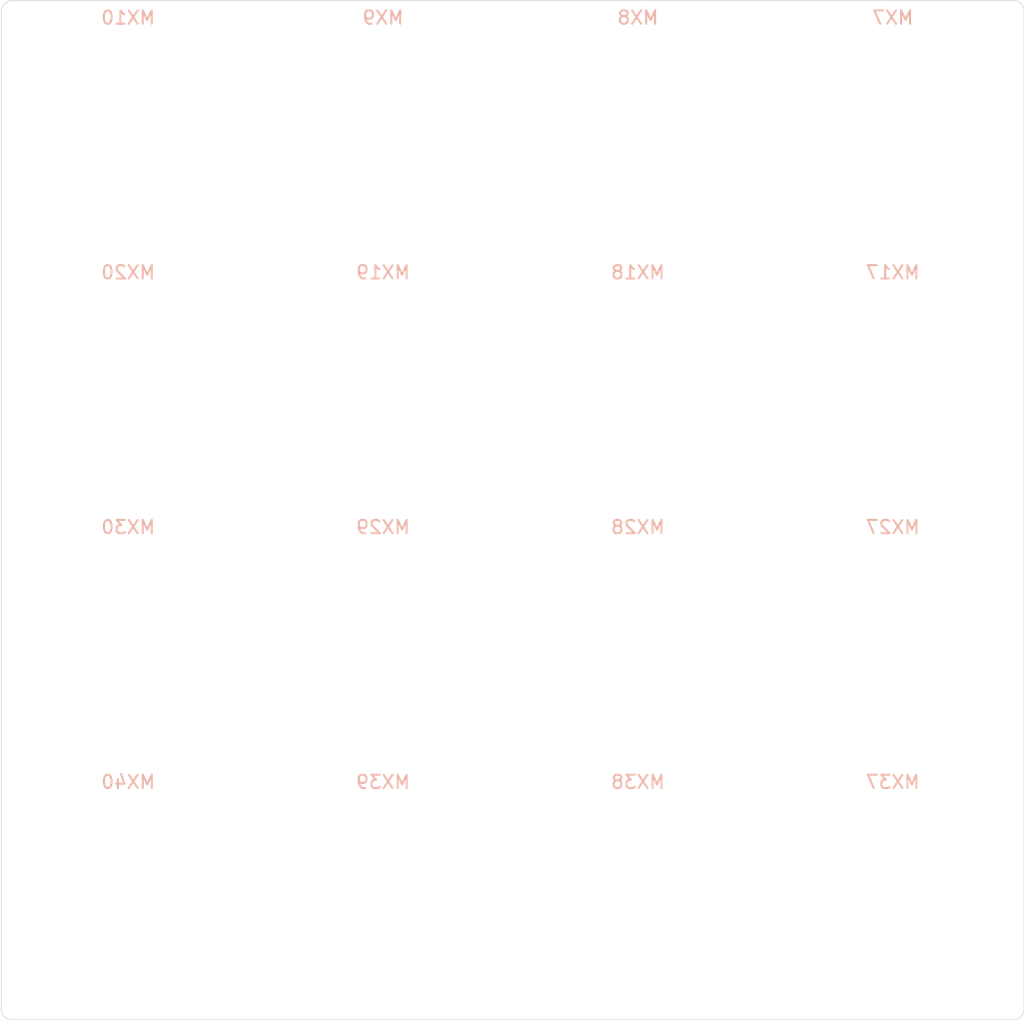
<source format=kicad_pcb>
(kicad_pcb (version 20171130) (host pcbnew "(5.1.9-0-10_14)")

  (general
    (thickness 1.6)
    (drawings 17)
    (tracks 0)
    (zones 0)
    (modules 20)
    (nets 1)
  )

  (page A4)
  (layers
    (0 F.Cu signal)
    (31 B.Cu signal)
    (32 B.Adhes user)
    (33 F.Adhes user)
    (34 B.Paste user)
    (35 F.Paste user)
    (36 B.SilkS user)
    (37 F.SilkS user)
    (38 B.Mask user)
    (39 F.Mask user)
    (40 Dwgs.User user)
    (41 Cmts.User user)
    (42 Eco1.User user)
    (43 Eco2.User user)
    (44 Edge.Cuts user)
    (45 Margin user)
    (46 B.CrtYd user)
    (47 F.CrtYd user)
    (48 B.Fab user)
    (49 F.Fab user)
  )

  (setup
    (last_trace_width 0.25)
    (trace_clearance 0.2)
    (zone_clearance 0.508)
    (zone_45_only no)
    (trace_min 0.2)
    (via_size 0.8)
    (via_drill 0.4)
    (via_min_size 0.4)
    (via_min_drill 0.3)
    (uvia_size 0.3)
    (uvia_drill 0.1)
    (uvias_allowed no)
    (uvia_min_size 0.2)
    (uvia_min_drill 0.1)
    (edge_width 0.05)
    (segment_width 0.2)
    (pcb_text_width 0.3)
    (pcb_text_size 1.5 1.5)
    (mod_edge_width 0.12)
    (mod_text_size 1 1)
    (mod_text_width 0.15)
    (pad_size 1.524 1.524)
    (pad_drill 0.762)
    (pad_to_mask_clearance 0)
    (aux_axis_origin 0 0)
    (grid_origin 53.96875 26.9875)
    (visible_elements FFFFFF7F)
    (pcbplotparams
      (layerselection 0x011fc_ffffffff)
      (usegerberextensions false)
      (usegerberattributes true)
      (usegerberadvancedattributes true)
      (creategerberjobfile true)
      (excludeedgelayer true)
      (linewidth 0.100000)
      (plotframeref false)
      (viasonmask false)
      (mode 1)
      (useauxorigin false)
      (hpglpennumber 1)
      (hpglpenspeed 20)
      (hpglpendiameter 15.000000)
      (psnegative false)
      (psa4output false)
      (plotreference true)
      (plotvalue true)
      (plotinvisibletext false)
      (padsonsilk false)
      (subtractmaskfromsilk false)
      (outputformat 1)
      (mirror false)
      (drillshape 0)
      (scaleselection 1)
      (outputdirectory "./egg-top-gerbers"))
  )

  (net 0 "")

  (net_class Default "This is the default net class."
    (clearance 0.2)
    (trace_width 0.25)
    (via_dia 0.8)
    (via_drill 0.4)
    (uvia_dia 0.3)
    (uvia_drill 0.1)
  )

  (module MountingHole:MountingHole_2.2mm_M2 (layer F.Cu) (tedit 56D1B4CB) (tstamp 60880B93)
    (at 56.34925 65.0875)
    (descr "Mounting Hole 2.2mm, no annular, M2")
    (tags "mounting hole 2.2mm no annular m2")
    (path /608C4E1D)
    (attr virtual)
    (fp_text reference H9 (at 0 -6.5) (layer F.SilkS) hide
      (effects (font (size 1 1) (thickness 0.15)))
    )
    (fp_text value MountingHole (at 0 6.5) (layer F.Fab)
      (effects (font (size 1 1) (thickness 0.15)))
    )
    (fp_circle (center 0 0) (end 2.45 0) (layer F.CrtYd) (width 0.05))
    (fp_circle (center 0 0) (end 2.2 0) (layer Cmts.User) (width 0.15))
    (fp_text user %R (at 0.3 0) (layer F.Fab)
      (effects (font (size 1 1) (thickness 0.15)))
    )
    (pad 1 np_thru_hole circle (at 0 0) (size 2.2 2.2) (drill 2.2) (layers *.Cu *.Mask))
  )

  (module MountingHole:MountingHole_2.2mm_M2 (layer F.Cu) (tedit 56D1B4CB) (tstamp 60880B8B)
    (at 94.43725 65.0875)
    (descr "Mounting Hole 2.2mm, no annular, M2")
    (tags "mounting hole 2.2mm no annular m2")
    (path /608C46F0)
    (attr virtual)
    (fp_text reference H8 (at 0 -6.5) (layer F.SilkS) hide
      (effects (font (size 1 1) (thickness 0.15)))
    )
    (fp_text value MountingHole (at 0 6.5) (layer F.Fab)
      (effects (font (size 1 1) (thickness 0.15)))
    )
    (fp_circle (center 0 0) (end 2.45 0) (layer F.CrtYd) (width 0.05))
    (fp_circle (center 0 0) (end 2.2 0) (layer Cmts.User) (width 0.15))
    (fp_text user %R (at 0.3 0) (layer F.Fab)
      (effects (font (size 1 1) (thickness 0.15)))
    )
    (pad 1 np_thru_hole circle (at 0 0) (size 2.2 2.2) (drill 2.2) (layers *.Cu *.Mask))
  )

  (module MountingHole:MountingHole_2.2mm_M2 (layer F.Cu) (tedit 56D1B4CB) (tstamp 607B2692)
    (at 75.4 84.1375)
    (descr "Mounting Hole 2.2mm, no annular, M2")
    (tags "mounting hole 2.2mm no annular m2")
    (path /607DED77)
    (attr virtual)
    (fp_text reference H4 (at 0 -6.5) (layer F.SilkS) hide
      (effects (font (size 1 1) (thickness 0.15)))
    )
    (fp_text value MountingHole (at 0 6.5) (layer F.Fab)
      (effects (font (size 1 1) (thickness 0.15)))
    )
    (fp_circle (center 0 0) (end 2.45 0) (layer F.CrtYd) (width 0.05))
    (fp_circle (center 0 0) (end 2.2 0) (layer Cmts.User) (width 0.15))
    (fp_text user %R (at 0.3 0) (layer F.Fab)
      (effects (font (size 1 1) (thickness 0.15)))
    )
    (pad 1 np_thru_hole circle (at 0 0) (size 2.2 2.2) (drill 2.2) (layers *.Cu *.Mask))
  )

  (module MountingHole:MountingHole_2.2mm_M2 (layer F.Cu) (tedit 56D1B4CB) (tstamp 607B99EA)
    (at 75.4 46.0375)
    (descr "Mounting Hole 2.2mm, no annular, M2")
    (tags "mounting hole 2.2mm no annular m2")
    (path /607DE5EF)
    (attr virtual)
    (fp_text reference H1 (at 0 -6.5) (layer F.SilkS) hide
      (effects (font (size 1 1) (thickness 0.15)))
    )
    (fp_text value MountingHole (at 0 6.5) (layer F.Fab)
      (effects (font (size 1 1) (thickness 0.15)))
    )
    (fp_circle (center 0 0) (end 2.45 0) (layer F.CrtYd) (width 0.05))
    (fp_circle (center 0 0) (end 2.2 0) (layer Cmts.User) (width 0.15))
    (fp_text user %R (at 0.3 0) (layer F.Fab)
      (effects (font (size 1 1) (thickness 0.15)))
    )
    (pad 1 np_thru_hole circle (at 0 0) (size 2.2 2.2) (drill 2.2) (layers *.Cu *.Mask))
  )

  (module footprints:MX_Switch_Cutout (layer F.Cu) (tedit 59612069) (tstamp 6072E0EE)
    (at 103.98125 74.6125)
    (path /60763A63)
    (fp_text reference MX27 (at 0 3.175) (layer Dwgs.User)
      (effects (font (size 1 1) (thickness 0.15)))
    )
    (fp_text value MX-NoLED (at 0 -7.9375) (layer Dwgs.User)
      (effects (font (size 1 1) (thickness 0.15)))
    )
    (fp_line (start 9.5 -9.5) (end 9.5 9.5) (layer Dwgs.User) (width 0.15))
    (fp_line (start 9.5 9.5) (end -9.5 9.5) (layer Dwgs.User) (width 0.15))
    (fp_line (start -9.5 9.5) (end -9.5 -9.5) (layer Dwgs.User) (width 0.15))
    (fp_line (start -9.5 -9.5) (end 9.5 -9.5) (layer Dwgs.User) (width 0.15))
    (fp_text user %V (at 0 8.255) (layer B.Fab)
      (effects (font (size 1 1) (thickness 0.15)) (justify mirror))
    )
    (fp_text user %R (at 0 -8.255) (layer B.SilkS)
      (effects (font (size 1 1) (thickness 0.15)) (justify mirror))
    )
    (pad "" np_thru_hole oval (at 7.14375 2.667) (size 1.3335 0.508) (drill oval 1.3335 0.508) (layers *.Cu *.Mask))
    (pad "" np_thru_hole oval (at -7.14375 2.667) (size 1.3335 0.508) (drill oval 1.3335 0.508) (layers *.Cu *.Mask))
    (pad "" np_thru_hole oval (at 7.14375 -2.667) (size 1.3335 0.508) (drill oval 1.3335 0.508) (layers *.Cu *.Mask))
    (pad "" np_thru_hole oval (at -7.14375 -2.667) (size 1.3335 0.508) (drill oval 1.3335 0.508) (layers *.Cu *.Mask))
    (pad "" np_thru_hole oval (at 0 6.985) (size 5.08 1.27) (drill oval 5.08 1.27) (layers *.Cu *.Mask))
    (pad "" np_thru_hole oval (at 0 -6.985) (size 5.08 1.27) (drill oval 5.08 1.27) (layers *.Cu *.Mask))
    (pad "" np_thru_hole oval (at -6.731 0) (size 0.508 5.842) (drill oval 0.508 5.842) (layers *.Cu *.Mask))
    (pad "" np_thru_hole oval (at 6.731 0) (size 0.508 5.842) (drill oval 0.508 5.842) (layers *.Cu *.Mask))
    (pad "" np_thru_hole oval (at -7.5565 4.699) (size 0.508 4.572) (drill oval 0.508 4.572) (layers *.Cu *.Mask))
    (pad "" np_thru_hole oval (at 7.5565 4.699) (size 0.508 4.572) (drill oval 0.508 4.572) (layers *.Cu *.Mask))
    (pad "" np_thru_hole oval (at 7.5565 -4.699) (size 0.508 4.572) (drill oval 0.508 4.572) (layers *.Cu *.Mask))
    (pad "" np_thru_hole oval (at -7.5565 -4.699) (size 0.508 4.572) (drill oval 0.508 4.572) (layers *.Cu *.Mask))
    (pad "" np_thru_hole oval (at 0 6.731) (size 15.5956 0.508) (drill oval 15.5956 0.508) (layers *.Cu *.Mask))
    (pad "" np_thru_hole oval (at 0 -6.731) (size 15.5956 0.508) (drill oval 15.5956 0.508) (layers *.Cu *.Mask))
  )

  (module footprints:MX_Switch_Cutout (layer F.Cu) (tedit 59612069) (tstamp 6072E21A)
    (at 65.88125 93.6625)
    (path /607249F6)
    (fp_text reference MX39 (at 0 3.175) (layer Dwgs.User)
      (effects (font (size 1 1) (thickness 0.15)))
    )
    (fp_text value MX-NoLED (at 0 -7.9375) (layer Dwgs.User)
      (effects (font (size 1 1) (thickness 0.15)))
    )
    (fp_line (start 9.5 -9.5) (end 9.5 9.5) (layer Dwgs.User) (width 0.15))
    (fp_line (start 9.5 9.5) (end -9.5 9.5) (layer Dwgs.User) (width 0.15))
    (fp_line (start -9.5 9.5) (end -9.5 -9.5) (layer Dwgs.User) (width 0.15))
    (fp_line (start -9.5 -9.5) (end 9.5 -9.5) (layer Dwgs.User) (width 0.15))
    (fp_text user %V (at 0 8.255) (layer B.Fab)
      (effects (font (size 1 1) (thickness 0.15)) (justify mirror))
    )
    (fp_text user %R (at 0 -8.255) (layer B.SilkS)
      (effects (font (size 1 1) (thickness 0.15)) (justify mirror))
    )
    (pad "" np_thru_hole oval (at 7.14375 2.667) (size 1.3335 0.508) (drill oval 1.3335 0.508) (layers *.Cu *.Mask))
    (pad "" np_thru_hole oval (at -7.14375 2.667) (size 1.3335 0.508) (drill oval 1.3335 0.508) (layers *.Cu *.Mask))
    (pad "" np_thru_hole oval (at 7.14375 -2.667) (size 1.3335 0.508) (drill oval 1.3335 0.508) (layers *.Cu *.Mask))
    (pad "" np_thru_hole oval (at -7.14375 -2.667) (size 1.3335 0.508) (drill oval 1.3335 0.508) (layers *.Cu *.Mask))
    (pad "" np_thru_hole oval (at 0 6.985) (size 5.08 1.27) (drill oval 5.08 1.27) (layers *.Cu *.Mask))
    (pad "" np_thru_hole oval (at 0 -6.985) (size 5.08 1.27) (drill oval 5.08 1.27) (layers *.Cu *.Mask))
    (pad "" np_thru_hole oval (at -6.731 0) (size 0.508 5.842) (drill oval 0.508 5.842) (layers *.Cu *.Mask))
    (pad "" np_thru_hole oval (at 6.731 0) (size 0.508 5.842) (drill oval 0.508 5.842) (layers *.Cu *.Mask))
    (pad "" np_thru_hole oval (at -7.5565 4.699) (size 0.508 4.572) (drill oval 0.508 4.572) (layers *.Cu *.Mask))
    (pad "" np_thru_hole oval (at 7.5565 4.699) (size 0.508 4.572) (drill oval 0.508 4.572) (layers *.Cu *.Mask))
    (pad "" np_thru_hole oval (at 7.5565 -4.699) (size 0.508 4.572) (drill oval 0.508 4.572) (layers *.Cu *.Mask))
    (pad "" np_thru_hole oval (at -7.5565 -4.699) (size 0.508 4.572) (drill oval 0.508 4.572) (layers *.Cu *.Mask))
    (pad "" np_thru_hole oval (at 0 6.731) (size 15.5956 0.508) (drill oval 15.5956 0.508) (layers *.Cu *.Mask))
    (pad "" np_thru_hole oval (at 0 -6.731) (size 15.5956 0.508) (drill oval 15.5956 0.508) (layers *.Cu *.Mask))
  )

  (module footprints:MX_Switch_Cutout (layer F.Cu) (tedit 59612069) (tstamp 6072DF45)
    (at 46.83125 36.5125)
    (path /60755D23)
    (fp_text reference MX10 (at 0 3.175) (layer Dwgs.User)
      (effects (font (size 1 1) (thickness 0.15)))
    )
    (fp_text value MX-NoLED (at 0 -7.9375) (layer Dwgs.User)
      (effects (font (size 1 1) (thickness 0.15)))
    )
    (fp_line (start 9.5 -9.5) (end 9.5 9.5) (layer Dwgs.User) (width 0.15))
    (fp_line (start 9.5 9.5) (end -9.5 9.5) (layer Dwgs.User) (width 0.15))
    (fp_line (start -9.5 9.5) (end -9.5 -9.5) (layer Dwgs.User) (width 0.15))
    (fp_line (start -9.5 -9.5) (end 9.5 -9.5) (layer Dwgs.User) (width 0.15))
    (fp_text user %V (at 0 8.255) (layer B.Fab)
      (effects (font (size 1 1) (thickness 0.15)) (justify mirror))
    )
    (fp_text user %R (at 0 -8.255) (layer B.SilkS)
      (effects (font (size 1 1) (thickness 0.15)) (justify mirror))
    )
    (pad "" np_thru_hole oval (at 7.14375 2.667) (size 1.3335 0.508) (drill oval 1.3335 0.508) (layers *.Cu *.Mask))
    (pad "" np_thru_hole oval (at -7.14375 2.667) (size 1.3335 0.508) (drill oval 1.3335 0.508) (layers *.Cu *.Mask))
    (pad "" np_thru_hole oval (at 7.14375 -2.667) (size 1.3335 0.508) (drill oval 1.3335 0.508) (layers *.Cu *.Mask))
    (pad "" np_thru_hole oval (at -7.14375 -2.667) (size 1.3335 0.508) (drill oval 1.3335 0.508) (layers *.Cu *.Mask))
    (pad "" np_thru_hole oval (at 0 6.985) (size 5.08 1.27) (drill oval 5.08 1.27) (layers *.Cu *.Mask))
    (pad "" np_thru_hole oval (at 0 -6.985) (size 5.08 1.27) (drill oval 5.08 1.27) (layers *.Cu *.Mask))
    (pad "" np_thru_hole oval (at -6.731 0) (size 0.508 5.842) (drill oval 0.508 5.842) (layers *.Cu *.Mask))
    (pad "" np_thru_hole oval (at 6.731 0) (size 0.508 5.842) (drill oval 0.508 5.842) (layers *.Cu *.Mask))
    (pad "" np_thru_hole oval (at -7.5565 4.699) (size 0.508 4.572) (drill oval 0.508 4.572) (layers *.Cu *.Mask))
    (pad "" np_thru_hole oval (at 7.5565 4.699) (size 0.508 4.572) (drill oval 0.508 4.572) (layers *.Cu *.Mask))
    (pad "" np_thru_hole oval (at 7.5565 -4.699) (size 0.508 4.572) (drill oval 0.508 4.572) (layers *.Cu *.Mask))
    (pad "" np_thru_hole oval (at -7.5565 -4.699) (size 0.508 4.572) (drill oval 0.508 4.572) (layers *.Cu *.Mask))
    (pad "" np_thru_hole oval (at 0 6.731) (size 15.5956 0.508) (drill oval 15.5956 0.508) (layers *.Cu *.Mask))
    (pad "" np_thru_hole oval (at 0 -6.731) (size 15.5956 0.508) (drill oval 15.5956 0.508) (layers *.Cu *.Mask))
  )

  (module footprints:MX_Switch_Cutout (layer F.Cu) (tedit 59612069) (tstamp 6072E233)
    (at 46.83125 93.6625)
    (path /607253A3)
    (fp_text reference MX40 (at 0 3.175) (layer Dwgs.User)
      (effects (font (size 1 1) (thickness 0.15)))
    )
    (fp_text value MX-NoLED (at 0 -7.9375) (layer Dwgs.User)
      (effects (font (size 1 1) (thickness 0.15)))
    )
    (fp_line (start 9.5 -9.5) (end 9.5 9.5) (layer Dwgs.User) (width 0.15))
    (fp_line (start 9.5 9.5) (end -9.5 9.5) (layer Dwgs.User) (width 0.15))
    (fp_line (start -9.5 9.5) (end -9.5 -9.5) (layer Dwgs.User) (width 0.15))
    (fp_line (start -9.5 -9.5) (end 9.5 -9.5) (layer Dwgs.User) (width 0.15))
    (fp_text user %V (at 0 8.255) (layer B.Fab)
      (effects (font (size 1 1) (thickness 0.15)) (justify mirror))
    )
    (fp_text user %R (at 0 -8.255) (layer B.SilkS)
      (effects (font (size 1 1) (thickness 0.15)) (justify mirror))
    )
    (pad "" np_thru_hole oval (at 7.14375 2.667) (size 1.3335 0.508) (drill oval 1.3335 0.508) (layers *.Cu *.Mask))
    (pad "" np_thru_hole oval (at -7.14375 2.667) (size 1.3335 0.508) (drill oval 1.3335 0.508) (layers *.Cu *.Mask))
    (pad "" np_thru_hole oval (at 7.14375 -2.667) (size 1.3335 0.508) (drill oval 1.3335 0.508) (layers *.Cu *.Mask))
    (pad "" np_thru_hole oval (at -7.14375 -2.667) (size 1.3335 0.508) (drill oval 1.3335 0.508) (layers *.Cu *.Mask))
    (pad "" np_thru_hole oval (at 0 6.985) (size 5.08 1.27) (drill oval 5.08 1.27) (layers *.Cu *.Mask))
    (pad "" np_thru_hole oval (at 0 -6.985) (size 5.08 1.27) (drill oval 5.08 1.27) (layers *.Cu *.Mask))
    (pad "" np_thru_hole oval (at -6.731 0) (size 0.508 5.842) (drill oval 0.508 5.842) (layers *.Cu *.Mask))
    (pad "" np_thru_hole oval (at 6.731 0) (size 0.508 5.842) (drill oval 0.508 5.842) (layers *.Cu *.Mask))
    (pad "" np_thru_hole oval (at -7.5565 4.699) (size 0.508 4.572) (drill oval 0.508 4.572) (layers *.Cu *.Mask))
    (pad "" np_thru_hole oval (at 7.5565 4.699) (size 0.508 4.572) (drill oval 0.508 4.572) (layers *.Cu *.Mask))
    (pad "" np_thru_hole oval (at 7.5565 -4.699) (size 0.508 4.572) (drill oval 0.508 4.572) (layers *.Cu *.Mask))
    (pad "" np_thru_hole oval (at -7.5565 -4.699) (size 0.508 4.572) (drill oval 0.508 4.572) (layers *.Cu *.Mask))
    (pad "" np_thru_hole oval (at 0 6.731) (size 15.5956 0.508) (drill oval 15.5956 0.508) (layers *.Cu *.Mask))
    (pad "" np_thru_hole oval (at 0 -6.731) (size 15.5956 0.508) (drill oval 15.5956 0.508) (layers *.Cu *.Mask))
  )

  (module footprints:MX_Switch_Cutout (layer F.Cu) (tedit 59612069) (tstamp 6072E201)
    (at 84.93125 93.6625)
    (path /60724260)
    (fp_text reference MX38 (at 0 3.175) (layer Dwgs.User)
      (effects (font (size 1 1) (thickness 0.15)))
    )
    (fp_text value MX-NoLED (at 0 -7.9375) (layer Dwgs.User)
      (effects (font (size 1 1) (thickness 0.15)))
    )
    (fp_line (start 9.5 -9.5) (end 9.5 9.5) (layer Dwgs.User) (width 0.15))
    (fp_line (start 9.5 9.5) (end -9.5 9.5) (layer Dwgs.User) (width 0.15))
    (fp_line (start -9.5 9.5) (end -9.5 -9.5) (layer Dwgs.User) (width 0.15))
    (fp_line (start -9.5 -9.5) (end 9.5 -9.5) (layer Dwgs.User) (width 0.15))
    (fp_text user %V (at 0 8.255) (layer B.Fab)
      (effects (font (size 1 1) (thickness 0.15)) (justify mirror))
    )
    (fp_text user %R (at 0 -8.255) (layer B.SilkS)
      (effects (font (size 1 1) (thickness 0.15)) (justify mirror))
    )
    (pad "" np_thru_hole oval (at 7.14375 2.667) (size 1.3335 0.508) (drill oval 1.3335 0.508) (layers *.Cu *.Mask))
    (pad "" np_thru_hole oval (at -7.14375 2.667) (size 1.3335 0.508) (drill oval 1.3335 0.508) (layers *.Cu *.Mask))
    (pad "" np_thru_hole oval (at 7.14375 -2.667) (size 1.3335 0.508) (drill oval 1.3335 0.508) (layers *.Cu *.Mask))
    (pad "" np_thru_hole oval (at -7.14375 -2.667) (size 1.3335 0.508) (drill oval 1.3335 0.508) (layers *.Cu *.Mask))
    (pad "" np_thru_hole oval (at 0 6.985) (size 5.08 1.27) (drill oval 5.08 1.27) (layers *.Cu *.Mask))
    (pad "" np_thru_hole oval (at 0 -6.985) (size 5.08 1.27) (drill oval 5.08 1.27) (layers *.Cu *.Mask))
    (pad "" np_thru_hole oval (at -6.731 0) (size 0.508 5.842) (drill oval 0.508 5.842) (layers *.Cu *.Mask))
    (pad "" np_thru_hole oval (at 6.731 0) (size 0.508 5.842) (drill oval 0.508 5.842) (layers *.Cu *.Mask))
    (pad "" np_thru_hole oval (at -7.5565 4.699) (size 0.508 4.572) (drill oval 0.508 4.572) (layers *.Cu *.Mask))
    (pad "" np_thru_hole oval (at 7.5565 4.699) (size 0.508 4.572) (drill oval 0.508 4.572) (layers *.Cu *.Mask))
    (pad "" np_thru_hole oval (at 7.5565 -4.699) (size 0.508 4.572) (drill oval 0.508 4.572) (layers *.Cu *.Mask))
    (pad "" np_thru_hole oval (at -7.5565 -4.699) (size 0.508 4.572) (drill oval 0.508 4.572) (layers *.Cu *.Mask))
    (pad "" np_thru_hole oval (at 0 6.731) (size 15.5956 0.508) (drill oval 15.5956 0.508) (layers *.Cu *.Mask))
    (pad "" np_thru_hole oval (at 0 -6.731) (size 15.5956 0.508) (drill oval 15.5956 0.508) (layers *.Cu *.Mask))
  )

  (module footprints:MX_Switch_Cutout (layer F.Cu) (tedit 59612069) (tstamp 6072E1E8)
    (at 103.98125 93.6625)
    (path /60723A4D)
    (fp_text reference MX37 (at 0 3.175) (layer Dwgs.User)
      (effects (font (size 1 1) (thickness 0.15)))
    )
    (fp_text value MX-NoLED (at 0 -7.9375) (layer Dwgs.User)
      (effects (font (size 1 1) (thickness 0.15)))
    )
    (fp_line (start 9.5 -9.5) (end 9.5 9.5) (layer Dwgs.User) (width 0.15))
    (fp_line (start 9.5 9.5) (end -9.5 9.5) (layer Dwgs.User) (width 0.15))
    (fp_line (start -9.5 9.5) (end -9.5 -9.5) (layer Dwgs.User) (width 0.15))
    (fp_line (start -9.5 -9.5) (end 9.5 -9.5) (layer Dwgs.User) (width 0.15))
    (fp_text user %V (at 0 8.255) (layer B.Fab)
      (effects (font (size 1 1) (thickness 0.15)) (justify mirror))
    )
    (fp_text user %R (at 0 -8.255) (layer B.SilkS)
      (effects (font (size 1 1) (thickness 0.15)) (justify mirror))
    )
    (pad "" np_thru_hole oval (at 7.14375 2.667) (size 1.3335 0.508) (drill oval 1.3335 0.508) (layers *.Cu *.Mask))
    (pad "" np_thru_hole oval (at -7.14375 2.667) (size 1.3335 0.508) (drill oval 1.3335 0.508) (layers *.Cu *.Mask))
    (pad "" np_thru_hole oval (at 7.14375 -2.667) (size 1.3335 0.508) (drill oval 1.3335 0.508) (layers *.Cu *.Mask))
    (pad "" np_thru_hole oval (at -7.14375 -2.667) (size 1.3335 0.508) (drill oval 1.3335 0.508) (layers *.Cu *.Mask))
    (pad "" np_thru_hole oval (at 0 6.985) (size 5.08 1.27) (drill oval 5.08 1.27) (layers *.Cu *.Mask))
    (pad "" np_thru_hole oval (at 0 -6.985) (size 5.08 1.27) (drill oval 5.08 1.27) (layers *.Cu *.Mask))
    (pad "" np_thru_hole oval (at -6.731 0) (size 0.508 5.842) (drill oval 0.508 5.842) (layers *.Cu *.Mask))
    (pad "" np_thru_hole oval (at 6.731 0) (size 0.508 5.842) (drill oval 0.508 5.842) (layers *.Cu *.Mask))
    (pad "" np_thru_hole oval (at -7.5565 4.699) (size 0.508 4.572) (drill oval 0.508 4.572) (layers *.Cu *.Mask))
    (pad "" np_thru_hole oval (at 7.5565 4.699) (size 0.508 4.572) (drill oval 0.508 4.572) (layers *.Cu *.Mask))
    (pad "" np_thru_hole oval (at 7.5565 -4.699) (size 0.508 4.572) (drill oval 0.508 4.572) (layers *.Cu *.Mask))
    (pad "" np_thru_hole oval (at -7.5565 -4.699) (size 0.508 4.572) (drill oval 0.508 4.572) (layers *.Cu *.Mask))
    (pad "" np_thru_hole oval (at 0 6.731) (size 15.5956 0.508) (drill oval 15.5956 0.508) (layers *.Cu *.Mask))
    (pad "" np_thru_hole oval (at 0 -6.731) (size 15.5956 0.508) (drill oval 15.5956 0.508) (layers *.Cu *.Mask))
  )

  (module footprints:MX_Switch_Cutout (layer F.Cu) (tedit 59612069) (tstamp 6072E139)
    (at 46.83125 74.6125)
    (path /60764DA1)
    (fp_text reference MX30 (at 0 3.175) (layer Dwgs.User)
      (effects (font (size 1 1) (thickness 0.15)))
    )
    (fp_text value MX-NoLED (at 0 -7.9375) (layer Dwgs.User)
      (effects (font (size 1 1) (thickness 0.15)))
    )
    (fp_line (start 9.5 -9.5) (end 9.5 9.5) (layer Dwgs.User) (width 0.15))
    (fp_line (start 9.5 9.5) (end -9.5 9.5) (layer Dwgs.User) (width 0.15))
    (fp_line (start -9.5 9.5) (end -9.5 -9.5) (layer Dwgs.User) (width 0.15))
    (fp_line (start -9.5 -9.5) (end 9.5 -9.5) (layer Dwgs.User) (width 0.15))
    (fp_text user %V (at 0 8.255) (layer B.Fab)
      (effects (font (size 1 1) (thickness 0.15)) (justify mirror))
    )
    (fp_text user %R (at 0 -8.255) (layer B.SilkS)
      (effects (font (size 1 1) (thickness 0.15)) (justify mirror))
    )
    (pad "" np_thru_hole oval (at 7.14375 2.667) (size 1.3335 0.508) (drill oval 1.3335 0.508) (layers *.Cu *.Mask))
    (pad "" np_thru_hole oval (at -7.14375 2.667) (size 1.3335 0.508) (drill oval 1.3335 0.508) (layers *.Cu *.Mask))
    (pad "" np_thru_hole oval (at 7.14375 -2.667) (size 1.3335 0.508) (drill oval 1.3335 0.508) (layers *.Cu *.Mask))
    (pad "" np_thru_hole oval (at -7.14375 -2.667) (size 1.3335 0.508) (drill oval 1.3335 0.508) (layers *.Cu *.Mask))
    (pad "" np_thru_hole oval (at 0 6.985) (size 5.08 1.27) (drill oval 5.08 1.27) (layers *.Cu *.Mask))
    (pad "" np_thru_hole oval (at 0 -6.985) (size 5.08 1.27) (drill oval 5.08 1.27) (layers *.Cu *.Mask))
    (pad "" np_thru_hole oval (at -6.731 0) (size 0.508 5.842) (drill oval 0.508 5.842) (layers *.Cu *.Mask))
    (pad "" np_thru_hole oval (at 6.731 0) (size 0.508 5.842) (drill oval 0.508 5.842) (layers *.Cu *.Mask))
    (pad "" np_thru_hole oval (at -7.5565 4.699) (size 0.508 4.572) (drill oval 0.508 4.572) (layers *.Cu *.Mask))
    (pad "" np_thru_hole oval (at 7.5565 4.699) (size 0.508 4.572) (drill oval 0.508 4.572) (layers *.Cu *.Mask))
    (pad "" np_thru_hole oval (at 7.5565 -4.699) (size 0.508 4.572) (drill oval 0.508 4.572) (layers *.Cu *.Mask))
    (pad "" np_thru_hole oval (at -7.5565 -4.699) (size 0.508 4.572) (drill oval 0.508 4.572) (layers *.Cu *.Mask))
    (pad "" np_thru_hole oval (at 0 6.731) (size 15.5956 0.508) (drill oval 15.5956 0.508) (layers *.Cu *.Mask))
    (pad "" np_thru_hole oval (at 0 -6.731) (size 15.5956 0.508) (drill oval 15.5956 0.508) (layers *.Cu *.Mask))
  )

  (module footprints:MX_Switch_Cutout (layer F.Cu) (tedit 59612069) (tstamp 6072E120)
    (at 65.88125 74.6125)
    (path /60764584)
    (fp_text reference MX29 (at 0 3.175) (layer Dwgs.User)
      (effects (font (size 1 1) (thickness 0.15)))
    )
    (fp_text value MX-NoLED (at 0 -7.9375) (layer Dwgs.User)
      (effects (font (size 1 1) (thickness 0.15)))
    )
    (fp_line (start 9.5 -9.5) (end 9.5 9.5) (layer Dwgs.User) (width 0.15))
    (fp_line (start 9.5 9.5) (end -9.5 9.5) (layer Dwgs.User) (width 0.15))
    (fp_line (start -9.5 9.5) (end -9.5 -9.5) (layer Dwgs.User) (width 0.15))
    (fp_line (start -9.5 -9.5) (end 9.5 -9.5) (layer Dwgs.User) (width 0.15))
    (fp_text user %V (at 0 8.255) (layer B.Fab)
      (effects (font (size 1 1) (thickness 0.15)) (justify mirror))
    )
    (fp_text user %R (at 0 -8.255) (layer B.SilkS)
      (effects (font (size 1 1) (thickness 0.15)) (justify mirror))
    )
    (pad "" np_thru_hole oval (at 7.14375 2.667) (size 1.3335 0.508) (drill oval 1.3335 0.508) (layers *.Cu *.Mask))
    (pad "" np_thru_hole oval (at -7.14375 2.667) (size 1.3335 0.508) (drill oval 1.3335 0.508) (layers *.Cu *.Mask))
    (pad "" np_thru_hole oval (at 7.14375 -2.667) (size 1.3335 0.508) (drill oval 1.3335 0.508) (layers *.Cu *.Mask))
    (pad "" np_thru_hole oval (at -7.14375 -2.667) (size 1.3335 0.508) (drill oval 1.3335 0.508) (layers *.Cu *.Mask))
    (pad "" np_thru_hole oval (at 0 6.985) (size 5.08 1.27) (drill oval 5.08 1.27) (layers *.Cu *.Mask))
    (pad "" np_thru_hole oval (at 0 -6.985) (size 5.08 1.27) (drill oval 5.08 1.27) (layers *.Cu *.Mask))
    (pad "" np_thru_hole oval (at -6.731 0) (size 0.508 5.842) (drill oval 0.508 5.842) (layers *.Cu *.Mask))
    (pad "" np_thru_hole oval (at 6.731 0) (size 0.508 5.842) (drill oval 0.508 5.842) (layers *.Cu *.Mask))
    (pad "" np_thru_hole oval (at -7.5565 4.699) (size 0.508 4.572) (drill oval 0.508 4.572) (layers *.Cu *.Mask))
    (pad "" np_thru_hole oval (at 7.5565 4.699) (size 0.508 4.572) (drill oval 0.508 4.572) (layers *.Cu *.Mask))
    (pad "" np_thru_hole oval (at 7.5565 -4.699) (size 0.508 4.572) (drill oval 0.508 4.572) (layers *.Cu *.Mask))
    (pad "" np_thru_hole oval (at -7.5565 -4.699) (size 0.508 4.572) (drill oval 0.508 4.572) (layers *.Cu *.Mask))
    (pad "" np_thru_hole oval (at 0 6.731) (size 15.5956 0.508) (drill oval 15.5956 0.508) (layers *.Cu *.Mask))
    (pad "" np_thru_hole oval (at 0 -6.731) (size 15.5956 0.508) (drill oval 15.5956 0.508) (layers *.Cu *.Mask))
  )

  (module footprints:MX_Switch_Cutout (layer F.Cu) (tedit 59612069) (tstamp 6072E107)
    (at 84.93125 74.6125)
    (path /60763F5B)
    (fp_text reference MX28 (at 0 3.175) (layer Dwgs.User)
      (effects (font (size 1 1) (thickness 0.15)))
    )
    (fp_text value MX-NoLED (at 0 -7.9375) (layer Dwgs.User)
      (effects (font (size 1 1) (thickness 0.15)))
    )
    (fp_line (start 9.5 -9.5) (end 9.5 9.5) (layer Dwgs.User) (width 0.15))
    (fp_line (start 9.5 9.5) (end -9.5 9.5) (layer Dwgs.User) (width 0.15))
    (fp_line (start -9.5 9.5) (end -9.5 -9.5) (layer Dwgs.User) (width 0.15))
    (fp_line (start -9.5 -9.5) (end 9.5 -9.5) (layer Dwgs.User) (width 0.15))
    (fp_text user %V (at 0 8.255) (layer B.Fab)
      (effects (font (size 1 1) (thickness 0.15)) (justify mirror))
    )
    (fp_text user %R (at 0 -8.255) (layer B.SilkS)
      (effects (font (size 1 1) (thickness 0.15)) (justify mirror))
    )
    (pad "" np_thru_hole oval (at 7.14375 2.667) (size 1.3335 0.508) (drill oval 1.3335 0.508) (layers *.Cu *.Mask))
    (pad "" np_thru_hole oval (at -7.14375 2.667) (size 1.3335 0.508) (drill oval 1.3335 0.508) (layers *.Cu *.Mask))
    (pad "" np_thru_hole oval (at 7.14375 -2.667) (size 1.3335 0.508) (drill oval 1.3335 0.508) (layers *.Cu *.Mask))
    (pad "" np_thru_hole oval (at -7.14375 -2.667) (size 1.3335 0.508) (drill oval 1.3335 0.508) (layers *.Cu *.Mask))
    (pad "" np_thru_hole oval (at 0 6.985) (size 5.08 1.27) (drill oval 5.08 1.27) (layers *.Cu *.Mask))
    (pad "" np_thru_hole oval (at 0 -6.985) (size 5.08 1.27) (drill oval 5.08 1.27) (layers *.Cu *.Mask))
    (pad "" np_thru_hole oval (at -6.731 0) (size 0.508 5.842) (drill oval 0.508 5.842) (layers *.Cu *.Mask))
    (pad "" np_thru_hole oval (at 6.731 0) (size 0.508 5.842) (drill oval 0.508 5.842) (layers *.Cu *.Mask))
    (pad "" np_thru_hole oval (at -7.5565 4.699) (size 0.508 4.572) (drill oval 0.508 4.572) (layers *.Cu *.Mask))
    (pad "" np_thru_hole oval (at 7.5565 4.699) (size 0.508 4.572) (drill oval 0.508 4.572) (layers *.Cu *.Mask))
    (pad "" np_thru_hole oval (at 7.5565 -4.699) (size 0.508 4.572) (drill oval 0.508 4.572) (layers *.Cu *.Mask))
    (pad "" np_thru_hole oval (at -7.5565 -4.699) (size 0.508 4.572) (drill oval 0.508 4.572) (layers *.Cu *.Mask))
    (pad "" np_thru_hole oval (at 0 6.731) (size 15.5956 0.508) (drill oval 15.5956 0.508) (layers *.Cu *.Mask))
    (pad "" np_thru_hole oval (at 0 -6.731) (size 15.5956 0.508) (drill oval 15.5956 0.508) (layers *.Cu *.Mask))
  )

  (module footprints:MX_Switch_Cutout (layer F.Cu) (tedit 59612069) (tstamp 6072E03F)
    (at 46.83125 55.5625)
    (path /6075BA62)
    (fp_text reference MX20 (at 0 3.175) (layer Dwgs.User)
      (effects (font (size 1 1) (thickness 0.15)))
    )
    (fp_text value MX-NoLED (at 0 -7.9375) (layer Dwgs.User)
      (effects (font (size 1 1) (thickness 0.15)))
    )
    (fp_line (start 9.5 -9.5) (end 9.5 9.5) (layer Dwgs.User) (width 0.15))
    (fp_line (start 9.5 9.5) (end -9.5 9.5) (layer Dwgs.User) (width 0.15))
    (fp_line (start -9.5 9.5) (end -9.5 -9.5) (layer Dwgs.User) (width 0.15))
    (fp_line (start -9.5 -9.5) (end 9.5 -9.5) (layer Dwgs.User) (width 0.15))
    (fp_text user %V (at 0 8.255) (layer B.Fab)
      (effects (font (size 1 1) (thickness 0.15)) (justify mirror))
    )
    (fp_text user %R (at 0 -8.255) (layer B.SilkS)
      (effects (font (size 1 1) (thickness 0.15)) (justify mirror))
    )
    (pad "" np_thru_hole oval (at 7.14375 2.667) (size 1.3335 0.508) (drill oval 1.3335 0.508) (layers *.Cu *.Mask))
    (pad "" np_thru_hole oval (at -7.14375 2.667) (size 1.3335 0.508) (drill oval 1.3335 0.508) (layers *.Cu *.Mask))
    (pad "" np_thru_hole oval (at 7.14375 -2.667) (size 1.3335 0.508) (drill oval 1.3335 0.508) (layers *.Cu *.Mask))
    (pad "" np_thru_hole oval (at -7.14375 -2.667) (size 1.3335 0.508) (drill oval 1.3335 0.508) (layers *.Cu *.Mask))
    (pad "" np_thru_hole oval (at 0 6.985) (size 5.08 1.27) (drill oval 5.08 1.27) (layers *.Cu *.Mask))
    (pad "" np_thru_hole oval (at 0 -6.985) (size 5.08 1.27) (drill oval 5.08 1.27) (layers *.Cu *.Mask))
    (pad "" np_thru_hole oval (at -6.731 0) (size 0.508 5.842) (drill oval 0.508 5.842) (layers *.Cu *.Mask))
    (pad "" np_thru_hole oval (at 6.731 0) (size 0.508 5.842) (drill oval 0.508 5.842) (layers *.Cu *.Mask))
    (pad "" np_thru_hole oval (at -7.5565 4.699) (size 0.508 4.572) (drill oval 0.508 4.572) (layers *.Cu *.Mask))
    (pad "" np_thru_hole oval (at 7.5565 4.699) (size 0.508 4.572) (drill oval 0.508 4.572) (layers *.Cu *.Mask))
    (pad "" np_thru_hole oval (at 7.5565 -4.699) (size 0.508 4.572) (drill oval 0.508 4.572) (layers *.Cu *.Mask))
    (pad "" np_thru_hole oval (at -7.5565 -4.699) (size 0.508 4.572) (drill oval 0.508 4.572) (layers *.Cu *.Mask))
    (pad "" np_thru_hole oval (at 0 6.731) (size 15.5956 0.508) (drill oval 15.5956 0.508) (layers *.Cu *.Mask))
    (pad "" np_thru_hole oval (at 0 -6.731) (size 15.5956 0.508) (drill oval 15.5956 0.508) (layers *.Cu *.Mask))
  )

  (module footprints:MX_Switch_Cutout (layer F.Cu) (tedit 59612069) (tstamp 6072E026)
    (at 65.88125 55.5625)
    (path /6075B74F)
    (fp_text reference MX19 (at 0 3.175) (layer Dwgs.User)
      (effects (font (size 1 1) (thickness 0.15)))
    )
    (fp_text value MX-NoLED (at 0 -7.9375) (layer Dwgs.User)
      (effects (font (size 1 1) (thickness 0.15)))
    )
    (fp_line (start 9.5 -9.5) (end 9.5 9.5) (layer Dwgs.User) (width 0.15))
    (fp_line (start 9.5 9.5) (end -9.5 9.5) (layer Dwgs.User) (width 0.15))
    (fp_line (start -9.5 9.5) (end -9.5 -9.5) (layer Dwgs.User) (width 0.15))
    (fp_line (start -9.5 -9.5) (end 9.5 -9.5) (layer Dwgs.User) (width 0.15))
    (fp_text user %V (at 0 8.255) (layer B.Fab)
      (effects (font (size 1 1) (thickness 0.15)) (justify mirror))
    )
    (fp_text user %R (at 0 -8.255) (layer B.SilkS)
      (effects (font (size 1 1) (thickness 0.15)) (justify mirror))
    )
    (pad "" np_thru_hole oval (at 7.14375 2.667) (size 1.3335 0.508) (drill oval 1.3335 0.508) (layers *.Cu *.Mask))
    (pad "" np_thru_hole oval (at -7.14375 2.667) (size 1.3335 0.508) (drill oval 1.3335 0.508) (layers *.Cu *.Mask))
    (pad "" np_thru_hole oval (at 7.14375 -2.667) (size 1.3335 0.508) (drill oval 1.3335 0.508) (layers *.Cu *.Mask))
    (pad "" np_thru_hole oval (at -7.14375 -2.667) (size 1.3335 0.508) (drill oval 1.3335 0.508) (layers *.Cu *.Mask))
    (pad "" np_thru_hole oval (at 0 6.985) (size 5.08 1.27) (drill oval 5.08 1.27) (layers *.Cu *.Mask))
    (pad "" np_thru_hole oval (at 0 -6.985) (size 5.08 1.27) (drill oval 5.08 1.27) (layers *.Cu *.Mask))
    (pad "" np_thru_hole oval (at -6.731 0) (size 0.508 5.842) (drill oval 0.508 5.842) (layers *.Cu *.Mask))
    (pad "" np_thru_hole oval (at 6.731 0) (size 0.508 5.842) (drill oval 0.508 5.842) (layers *.Cu *.Mask))
    (pad "" np_thru_hole oval (at -7.5565 4.699) (size 0.508 4.572) (drill oval 0.508 4.572) (layers *.Cu *.Mask))
    (pad "" np_thru_hole oval (at 7.5565 4.699) (size 0.508 4.572) (drill oval 0.508 4.572) (layers *.Cu *.Mask))
    (pad "" np_thru_hole oval (at 7.5565 -4.699) (size 0.508 4.572) (drill oval 0.508 4.572) (layers *.Cu *.Mask))
    (pad "" np_thru_hole oval (at -7.5565 -4.699) (size 0.508 4.572) (drill oval 0.508 4.572) (layers *.Cu *.Mask))
    (pad "" np_thru_hole oval (at 0 6.731) (size 15.5956 0.508) (drill oval 15.5956 0.508) (layers *.Cu *.Mask))
    (pad "" np_thru_hole oval (at 0 -6.731) (size 15.5956 0.508) (drill oval 15.5956 0.508) (layers *.Cu *.Mask))
  )

  (module footprints:MX_Switch_Cutout (layer F.Cu) (tedit 59612069) (tstamp 6072E00D)
    (at 84.93125 55.5625)
    (path /6075AD57)
    (fp_text reference MX18 (at 0 3.175) (layer Dwgs.User)
      (effects (font (size 1 1) (thickness 0.15)))
    )
    (fp_text value MX-NoLED (at 0 -7.9375) (layer Dwgs.User)
      (effects (font (size 1 1) (thickness 0.15)))
    )
    (fp_line (start 9.5 -9.5) (end 9.5 9.5) (layer Dwgs.User) (width 0.15))
    (fp_line (start 9.5 9.5) (end -9.5 9.5) (layer Dwgs.User) (width 0.15))
    (fp_line (start -9.5 9.5) (end -9.5 -9.5) (layer Dwgs.User) (width 0.15))
    (fp_line (start -9.5 -9.5) (end 9.5 -9.5) (layer Dwgs.User) (width 0.15))
    (fp_text user %V (at 0 8.255) (layer B.Fab)
      (effects (font (size 1 1) (thickness 0.15)) (justify mirror))
    )
    (fp_text user %R (at 0 -8.255) (layer B.SilkS)
      (effects (font (size 1 1) (thickness 0.15)) (justify mirror))
    )
    (pad "" np_thru_hole oval (at 7.14375 2.667) (size 1.3335 0.508) (drill oval 1.3335 0.508) (layers *.Cu *.Mask))
    (pad "" np_thru_hole oval (at -7.14375 2.667) (size 1.3335 0.508) (drill oval 1.3335 0.508) (layers *.Cu *.Mask))
    (pad "" np_thru_hole oval (at 7.14375 -2.667) (size 1.3335 0.508) (drill oval 1.3335 0.508) (layers *.Cu *.Mask))
    (pad "" np_thru_hole oval (at -7.14375 -2.667) (size 1.3335 0.508) (drill oval 1.3335 0.508) (layers *.Cu *.Mask))
    (pad "" np_thru_hole oval (at 0 6.985) (size 5.08 1.27) (drill oval 5.08 1.27) (layers *.Cu *.Mask))
    (pad "" np_thru_hole oval (at 0 -6.985) (size 5.08 1.27) (drill oval 5.08 1.27) (layers *.Cu *.Mask))
    (pad "" np_thru_hole oval (at -6.731 0) (size 0.508 5.842) (drill oval 0.508 5.842) (layers *.Cu *.Mask))
    (pad "" np_thru_hole oval (at 6.731 0) (size 0.508 5.842) (drill oval 0.508 5.842) (layers *.Cu *.Mask))
    (pad "" np_thru_hole oval (at -7.5565 4.699) (size 0.508 4.572) (drill oval 0.508 4.572) (layers *.Cu *.Mask))
    (pad "" np_thru_hole oval (at 7.5565 4.699) (size 0.508 4.572) (drill oval 0.508 4.572) (layers *.Cu *.Mask))
    (pad "" np_thru_hole oval (at 7.5565 -4.699) (size 0.508 4.572) (drill oval 0.508 4.572) (layers *.Cu *.Mask))
    (pad "" np_thru_hole oval (at -7.5565 -4.699) (size 0.508 4.572) (drill oval 0.508 4.572) (layers *.Cu *.Mask))
    (pad "" np_thru_hole oval (at 0 6.731) (size 15.5956 0.508) (drill oval 15.5956 0.508) (layers *.Cu *.Mask))
    (pad "" np_thru_hole oval (at 0 -6.731) (size 15.5956 0.508) (drill oval 15.5956 0.508) (layers *.Cu *.Mask))
  )

  (module footprints:MX_Switch_Cutout (layer F.Cu) (tedit 59612069) (tstamp 6072DFF4)
    (at 103.98125 55.5625)
    (path /6075A86E)
    (fp_text reference MX17 (at 0 3.175) (layer Dwgs.User)
      (effects (font (size 1 1) (thickness 0.15)))
    )
    (fp_text value MX-NoLED (at 0 -7.9375) (layer Dwgs.User)
      (effects (font (size 1 1) (thickness 0.15)))
    )
    (fp_line (start 9.5 -9.5) (end 9.5 9.5) (layer Dwgs.User) (width 0.15))
    (fp_line (start 9.5 9.5) (end -9.5 9.5) (layer Dwgs.User) (width 0.15))
    (fp_line (start -9.5 9.5) (end -9.5 -9.5) (layer Dwgs.User) (width 0.15))
    (fp_line (start -9.5 -9.5) (end 9.5 -9.5) (layer Dwgs.User) (width 0.15))
    (fp_text user %V (at 0 8.255) (layer B.Fab)
      (effects (font (size 1 1) (thickness 0.15)) (justify mirror))
    )
    (fp_text user %R (at 0 -8.255) (layer B.SilkS)
      (effects (font (size 1 1) (thickness 0.15)) (justify mirror))
    )
    (pad "" np_thru_hole oval (at 7.14375 2.667) (size 1.3335 0.508) (drill oval 1.3335 0.508) (layers *.Cu *.Mask))
    (pad "" np_thru_hole oval (at -7.14375 2.667) (size 1.3335 0.508) (drill oval 1.3335 0.508) (layers *.Cu *.Mask))
    (pad "" np_thru_hole oval (at 7.14375 -2.667) (size 1.3335 0.508) (drill oval 1.3335 0.508) (layers *.Cu *.Mask))
    (pad "" np_thru_hole oval (at -7.14375 -2.667) (size 1.3335 0.508) (drill oval 1.3335 0.508) (layers *.Cu *.Mask))
    (pad "" np_thru_hole oval (at 0 6.985) (size 5.08 1.27) (drill oval 5.08 1.27) (layers *.Cu *.Mask))
    (pad "" np_thru_hole oval (at 0 -6.985) (size 5.08 1.27) (drill oval 5.08 1.27) (layers *.Cu *.Mask))
    (pad "" np_thru_hole oval (at -6.731 0) (size 0.508 5.842) (drill oval 0.508 5.842) (layers *.Cu *.Mask))
    (pad "" np_thru_hole oval (at 6.731 0) (size 0.508 5.842) (drill oval 0.508 5.842) (layers *.Cu *.Mask))
    (pad "" np_thru_hole oval (at -7.5565 4.699) (size 0.508 4.572) (drill oval 0.508 4.572) (layers *.Cu *.Mask))
    (pad "" np_thru_hole oval (at 7.5565 4.699) (size 0.508 4.572) (drill oval 0.508 4.572) (layers *.Cu *.Mask))
    (pad "" np_thru_hole oval (at 7.5565 -4.699) (size 0.508 4.572) (drill oval 0.508 4.572) (layers *.Cu *.Mask))
    (pad "" np_thru_hole oval (at -7.5565 -4.699) (size 0.508 4.572) (drill oval 0.508 4.572) (layers *.Cu *.Mask))
    (pad "" np_thru_hole oval (at 0 6.731) (size 15.5956 0.508) (drill oval 15.5956 0.508) (layers *.Cu *.Mask))
    (pad "" np_thru_hole oval (at 0 -6.731) (size 15.5956 0.508) (drill oval 15.5956 0.508) (layers *.Cu *.Mask))
  )

  (module footprints:MX_Switch_Cutout (layer F.Cu) (tedit 59612069) (tstamp 6072DF2C)
    (at 65.88125 36.5125)
    (path /6075540C)
    (fp_text reference MX9 (at 0 3.175) (layer Dwgs.User)
      (effects (font (size 1 1) (thickness 0.15)))
    )
    (fp_text value MX-NoLED (at 0 -7.9375) (layer Dwgs.User)
      (effects (font (size 1 1) (thickness 0.15)))
    )
    (fp_line (start 9.5 -9.5) (end 9.5 9.5) (layer Dwgs.User) (width 0.15))
    (fp_line (start 9.5 9.5) (end -9.5 9.5) (layer Dwgs.User) (width 0.15))
    (fp_line (start -9.5 9.5) (end -9.5 -9.5) (layer Dwgs.User) (width 0.15))
    (fp_line (start -9.5 -9.5) (end 9.5 -9.5) (layer Dwgs.User) (width 0.15))
    (fp_text user %V (at 0 8.255) (layer B.Fab)
      (effects (font (size 1 1) (thickness 0.15)) (justify mirror))
    )
    (fp_text user %R (at 0 -8.255) (layer B.SilkS)
      (effects (font (size 1 1) (thickness 0.15)) (justify mirror))
    )
    (pad "" np_thru_hole oval (at 7.14375 2.667) (size 1.3335 0.508) (drill oval 1.3335 0.508) (layers *.Cu *.Mask))
    (pad "" np_thru_hole oval (at -7.14375 2.667) (size 1.3335 0.508) (drill oval 1.3335 0.508) (layers *.Cu *.Mask))
    (pad "" np_thru_hole oval (at 7.14375 -2.667) (size 1.3335 0.508) (drill oval 1.3335 0.508) (layers *.Cu *.Mask))
    (pad "" np_thru_hole oval (at -7.14375 -2.667) (size 1.3335 0.508) (drill oval 1.3335 0.508) (layers *.Cu *.Mask))
    (pad "" np_thru_hole oval (at 0 6.985) (size 5.08 1.27) (drill oval 5.08 1.27) (layers *.Cu *.Mask))
    (pad "" np_thru_hole oval (at 0 -6.985) (size 5.08 1.27) (drill oval 5.08 1.27) (layers *.Cu *.Mask))
    (pad "" np_thru_hole oval (at -6.731 0) (size 0.508 5.842) (drill oval 0.508 5.842) (layers *.Cu *.Mask))
    (pad "" np_thru_hole oval (at 6.731 0) (size 0.508 5.842) (drill oval 0.508 5.842) (layers *.Cu *.Mask))
    (pad "" np_thru_hole oval (at -7.5565 4.699) (size 0.508 4.572) (drill oval 0.508 4.572) (layers *.Cu *.Mask))
    (pad "" np_thru_hole oval (at 7.5565 4.699) (size 0.508 4.572) (drill oval 0.508 4.572) (layers *.Cu *.Mask))
    (pad "" np_thru_hole oval (at 7.5565 -4.699) (size 0.508 4.572) (drill oval 0.508 4.572) (layers *.Cu *.Mask))
    (pad "" np_thru_hole oval (at -7.5565 -4.699) (size 0.508 4.572) (drill oval 0.508 4.572) (layers *.Cu *.Mask))
    (pad "" np_thru_hole oval (at 0 6.731) (size 15.5956 0.508) (drill oval 15.5956 0.508) (layers *.Cu *.Mask))
    (pad "" np_thru_hole oval (at 0 -6.731) (size 15.5956 0.508) (drill oval 15.5956 0.508) (layers *.Cu *.Mask))
  )

  (module footprints:MX_Switch_Cutout (layer F.Cu) (tedit 59612069) (tstamp 6072DF13)
    (at 84.93125 36.5125)
    (path /60754CAD)
    (fp_text reference MX8 (at 0 3.175) (layer Dwgs.User)
      (effects (font (size 1 1) (thickness 0.15)))
    )
    (fp_text value MX-NoLED (at 0 -7.9375) (layer Dwgs.User)
      (effects (font (size 1 1) (thickness 0.15)))
    )
    (fp_line (start 9.5 -9.5) (end 9.5 9.5) (layer Dwgs.User) (width 0.15))
    (fp_line (start 9.5 9.5) (end -9.5 9.5) (layer Dwgs.User) (width 0.15))
    (fp_line (start -9.5 9.5) (end -9.5 -9.5) (layer Dwgs.User) (width 0.15))
    (fp_line (start -9.5 -9.5) (end 9.5 -9.5) (layer Dwgs.User) (width 0.15))
    (fp_text user %V (at 0 8.255) (layer B.Fab)
      (effects (font (size 1 1) (thickness 0.15)) (justify mirror))
    )
    (fp_text user %R (at 0 -8.255) (layer B.SilkS)
      (effects (font (size 1 1) (thickness 0.15)) (justify mirror))
    )
    (pad "" np_thru_hole oval (at 7.14375 2.667) (size 1.3335 0.508) (drill oval 1.3335 0.508) (layers *.Cu *.Mask))
    (pad "" np_thru_hole oval (at -7.14375 2.667) (size 1.3335 0.508) (drill oval 1.3335 0.508) (layers *.Cu *.Mask))
    (pad "" np_thru_hole oval (at 7.14375 -2.667) (size 1.3335 0.508) (drill oval 1.3335 0.508) (layers *.Cu *.Mask))
    (pad "" np_thru_hole oval (at -7.14375 -2.667) (size 1.3335 0.508) (drill oval 1.3335 0.508) (layers *.Cu *.Mask))
    (pad "" np_thru_hole oval (at 0 6.985) (size 5.08 1.27) (drill oval 5.08 1.27) (layers *.Cu *.Mask))
    (pad "" np_thru_hole oval (at 0 -6.985) (size 5.08 1.27) (drill oval 5.08 1.27) (layers *.Cu *.Mask))
    (pad "" np_thru_hole oval (at -6.731 0) (size 0.508 5.842) (drill oval 0.508 5.842) (layers *.Cu *.Mask))
    (pad "" np_thru_hole oval (at 6.731 0) (size 0.508 5.842) (drill oval 0.508 5.842) (layers *.Cu *.Mask))
    (pad "" np_thru_hole oval (at -7.5565 4.699) (size 0.508 4.572) (drill oval 0.508 4.572) (layers *.Cu *.Mask))
    (pad "" np_thru_hole oval (at 7.5565 4.699) (size 0.508 4.572) (drill oval 0.508 4.572) (layers *.Cu *.Mask))
    (pad "" np_thru_hole oval (at 7.5565 -4.699) (size 0.508 4.572) (drill oval 0.508 4.572) (layers *.Cu *.Mask))
    (pad "" np_thru_hole oval (at -7.5565 -4.699) (size 0.508 4.572) (drill oval 0.508 4.572) (layers *.Cu *.Mask))
    (pad "" np_thru_hole oval (at 0 6.731) (size 15.5956 0.508) (drill oval 15.5956 0.508) (layers *.Cu *.Mask))
    (pad "" np_thru_hole oval (at 0 -6.731) (size 15.5956 0.508) (drill oval 15.5956 0.508) (layers *.Cu *.Mask))
  )

  (module footprints:MX_Switch_Cutout (layer F.Cu) (tedit 59612069) (tstamp 6072DEFA)
    (at 103.98125 36.5125)
    (path /60753A67)
    (fp_text reference MX7 (at 0 3.175) (layer Dwgs.User)
      (effects (font (size 1 1) (thickness 0.15)))
    )
    (fp_text value MX-NoLED (at 0 -7.9375) (layer Dwgs.User)
      (effects (font (size 1 1) (thickness 0.15)))
    )
    (fp_line (start 9.5 -9.5) (end 9.5 9.5) (layer Dwgs.User) (width 0.15))
    (fp_line (start 9.5 9.5) (end -9.5 9.5) (layer Dwgs.User) (width 0.15))
    (fp_line (start -9.5 9.5) (end -9.5 -9.5) (layer Dwgs.User) (width 0.15))
    (fp_line (start -9.5 -9.5) (end 9.5 -9.5) (layer Dwgs.User) (width 0.15))
    (fp_text user %V (at 0 8.255) (layer B.Fab)
      (effects (font (size 1 1) (thickness 0.15)) (justify mirror))
    )
    (fp_text user %R (at 0 -8.255) (layer B.SilkS)
      (effects (font (size 1 1) (thickness 0.15)) (justify mirror))
    )
    (pad "" np_thru_hole oval (at 7.14375 2.667) (size 1.3335 0.508) (drill oval 1.3335 0.508) (layers *.Cu *.Mask))
    (pad "" np_thru_hole oval (at -7.14375 2.667) (size 1.3335 0.508) (drill oval 1.3335 0.508) (layers *.Cu *.Mask))
    (pad "" np_thru_hole oval (at 7.14375 -2.667) (size 1.3335 0.508) (drill oval 1.3335 0.508) (layers *.Cu *.Mask))
    (pad "" np_thru_hole oval (at -7.14375 -2.667) (size 1.3335 0.508) (drill oval 1.3335 0.508) (layers *.Cu *.Mask))
    (pad "" np_thru_hole oval (at 0 6.985) (size 5.08 1.27) (drill oval 5.08 1.27) (layers *.Cu *.Mask))
    (pad "" np_thru_hole oval (at 0 -6.985) (size 5.08 1.27) (drill oval 5.08 1.27) (layers *.Cu *.Mask))
    (pad "" np_thru_hole oval (at -6.731 0) (size 0.508 5.842) (drill oval 0.508 5.842) (layers *.Cu *.Mask))
    (pad "" np_thru_hole oval (at 6.731 0) (size 0.508 5.842) (drill oval 0.508 5.842) (layers *.Cu *.Mask))
    (pad "" np_thru_hole oval (at -7.5565 4.699) (size 0.508 4.572) (drill oval 0.508 4.572) (layers *.Cu *.Mask))
    (pad "" np_thru_hole oval (at 7.5565 4.699) (size 0.508 4.572) (drill oval 0.508 4.572) (layers *.Cu *.Mask))
    (pad "" np_thru_hole oval (at 7.5565 -4.699) (size 0.508 4.572) (drill oval 0.508 4.572) (layers *.Cu *.Mask))
    (pad "" np_thru_hole oval (at -7.5565 -4.699) (size 0.508 4.572) (drill oval 0.508 4.572) (layers *.Cu *.Mask))
    (pad "" np_thru_hole oval (at 0 6.731) (size 15.5956 0.508) (drill oval 15.5956 0.508) (layers *.Cu *.Mask))
    (pad "" np_thru_hole oval (at 0 -6.731) (size 15.5956 0.508) (drill oval 15.5956 0.508) (layers *.Cu *.Mask))
  )

  (gr_line (start 54.09575 103.1875) (end 56.38175 103.1875) (layer Edge.Cuts) (width 0.05) (tstamp 60879651))
  (gr_line (start 56.38175 26.9875) (end 54.09575 26.9875) (layer Edge.Cuts) (width 0.05) (tstamp 60879650))
  (gr_line (start 113.78575 52.2605) (end 113.78575 39.8145) (layer Edge.Cuts) (width 0.05) (tstamp 6087962B))
  (gr_line (start 113.78575 90.3605) (end 113.78575 77.9145) (layer Edge.Cuts) (width 0.05) (tstamp 6087962A))
  (gr_line (start 113.02375 26.9875) (end 96.25975 26.9875) (layer Edge.Cuts) (width 0.05) (tstamp 6088C5F5))
  (gr_line (start 113.78575 27.7495) (end 113.78575 39.8145) (layer Edge.Cuts) (width 0.05) (tstamp 6088C5F4))
  (gr_arc (start 113.02375 27.7495) (end 113.78575 27.7495) (angle -90) (layer Edge.Cuts) (width 0.05))
  (gr_line (start 113.02375 103.1875) (end 56.38175 103.1875) (layer Edge.Cuts) (width 0.05) (tstamp 6088C5EF))
  (gr_line (start 113.78575 90.3605) (end 113.78575 102.4255) (layer Edge.Cuts) (width 0.05) (tstamp 6088C5EE))
  (gr_arc (start 113.02375 102.4255) (end 113.02375 103.1875) (angle -90) (layer Edge.Cuts) (width 0.05))
  (gr_line (start 113.78575 77.9145) (end 113.78575 52.2605) (layer Edge.Cuts) (width 0.05) (tstamp 60888A76))
  (gr_line (start 54.09575 103.1875) (end 38.1515 103.18725) (layer Edge.Cuts) (width 0.05) (tstamp 60886FDD))
  (gr_line (start 54.09575 26.9875) (end 38.1515 26.9875) (layer Edge.Cuts) (width 0.05) (tstamp 60886FDA))
  (gr_line (start 96.25975 26.9875) (end 56.38175 26.9875) (layer Edge.Cuts) (width 0.05))
  (gr_arc (start 38.1515 102.39375) (end 37.358 102.39375) (angle -90) (layer Edge.Cuts) (width 0.05))
  (gr_line (start 37.35775 27.78125) (end 37.358 102.39375) (layer Edge.Cuts) (width 0.05))
  (gr_arc (start 38.1515 27.78125) (end 38.1515 26.9875) (angle -90) (layer Edge.Cuts) (width 0.05))

)

</source>
